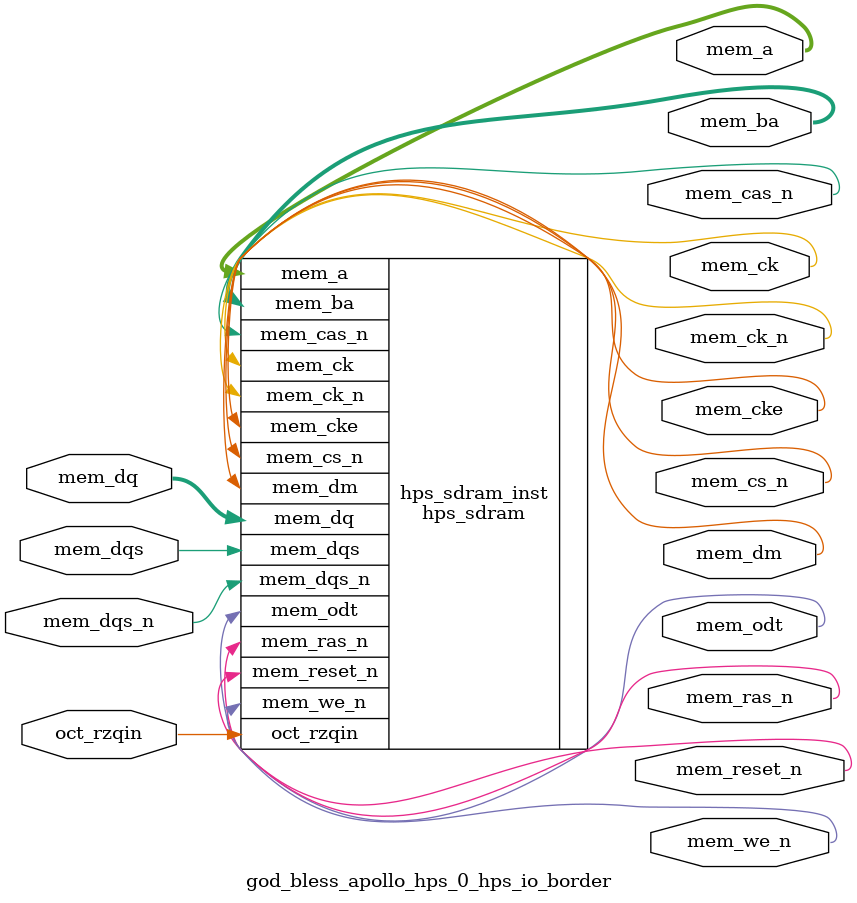
<source format=sv>


module god_bless_apollo_hps_0_hps_io_border(
// memory
  output wire [13 - 1 : 0 ] mem_a
 ,output wire [3 - 1 : 0 ] mem_ba
 ,output wire [1 - 1 : 0 ] mem_ck
 ,output wire [1 - 1 : 0 ] mem_ck_n
 ,output wire [1 - 1 : 0 ] mem_cke
 ,output wire [1 - 1 : 0 ] mem_cs_n
 ,output wire [1 - 1 : 0 ] mem_ras_n
 ,output wire [1 - 1 : 0 ] mem_cas_n
 ,output wire [1 - 1 : 0 ] mem_we_n
 ,output wire [1 - 1 : 0 ] mem_reset_n
 ,inout wire [8 - 1 : 0 ] mem_dq
 ,inout wire [1 - 1 : 0 ] mem_dqs
 ,inout wire [1 - 1 : 0 ] mem_dqs_n
 ,output wire [1 - 1 : 0 ] mem_odt
 ,output wire [1 - 1 : 0 ] mem_dm
 ,input wire [1 - 1 : 0 ] oct_rzqin
);


hps_sdram hps_sdram_inst(
 .mem_dq({
    mem_dq[7:0] // 7:0
  })
,.mem_odt({
    mem_odt[0:0] // 0:0
  })
,.mem_ras_n({
    mem_ras_n[0:0] // 0:0
  })
,.mem_dqs_n({
    mem_dqs_n[0:0] // 0:0
  })
,.mem_dqs({
    mem_dqs[0:0] // 0:0
  })
,.mem_dm({
    mem_dm[0:0] // 0:0
  })
,.mem_we_n({
    mem_we_n[0:0] // 0:0
  })
,.mem_cas_n({
    mem_cas_n[0:0] // 0:0
  })
,.mem_ba({
    mem_ba[2:0] // 2:0
  })
,.mem_a({
    mem_a[12:0] // 12:0
  })
,.mem_cs_n({
    mem_cs_n[0:0] // 0:0
  })
,.mem_ck({
    mem_ck[0:0] // 0:0
  })
,.mem_cke({
    mem_cke[0:0] // 0:0
  })
,.oct_rzqin({
    oct_rzqin[0:0] // 0:0
  })
,.mem_reset_n({
    mem_reset_n[0:0] // 0:0
  })
,.mem_ck_n({
    mem_ck_n[0:0] // 0:0
  })
);

endmodule


</source>
